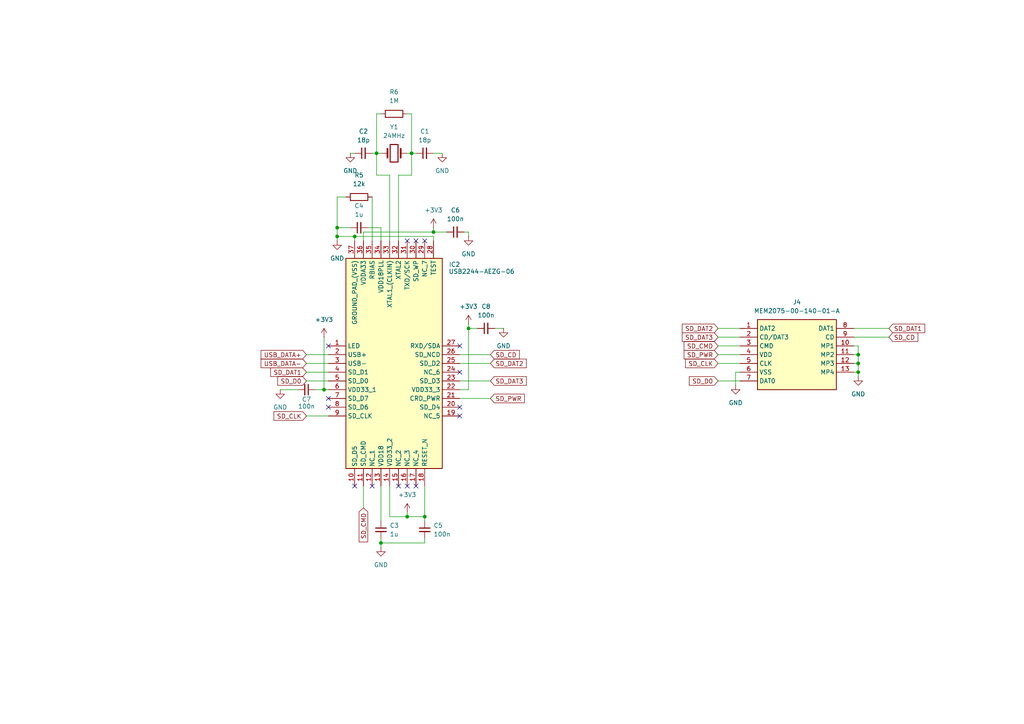
<source format=kicad_sch>
(kicad_sch (version 20250114) (generator "eeschema") (generator_version "9.0")
  (paper "A4")
  (lib_symbols
    (symbol "Device:C_Small" (pin_numbers (hide yes)) (pin_names (offset 0.254) (hide yes))
      (property "Reference" "C" (at 0.254 1.778 0))
      (property "Value" "C_Small" (at 0.254 -2.032 0))
      (symbol "C_Small_0_1"
        (polyline (pts (xy -1.524 0.508) (xy 1.524 0.508)) (stroke (width 0.3048)))
        (polyline (pts (xy -1.524 -0.508) (xy 1.524 -0.508)) (stroke (width 0.3302)))
      )
      (symbol "C_Small_1_1"
        (pin passive line (at 0 2.54 270) (length 2.032) (name "~") (number "1"))
        (pin passive line (at 0 -2.54 90) (length 2.032) (name "~") (number "2"))
      )
    )
    (symbol "Device:Crystal" (pin_numbers (hide yes)) (pin_names (offset 1.016) (hide yes))
      (property "Reference" "Y" (at 0 3.81 0))
      (property "Value" "Crystal" (at 0 -3.81 0))
      (symbol "Crystal_0_1"
        (polyline (pts (xy -2.54 0) (xy -1.905 0)))
        (polyline (pts (xy -1.905 -1.27) (xy -1.905 1.27)) (stroke (width 0.508)))
        (rectangle (start -1.143 2.54) (end 1.143 -2.54) (stroke (width 0.3048)))
        (polyline (pts (xy 1.905 -1.27) (xy 1.905 1.27)) (stroke (width 0.508)))
        (polyline (pts (xy 2.54 0) (xy 1.905 0)))
      )
      (symbol "Crystal_1_1"
        (pin passive line (at -3.81 0 0) (length 1.27) (name "1") (number "1"))
        (pin passive line (at 3.81 0 180) (length 1.27) (name "2") (number "2"))
      )
    )
    (symbol "Device:R" (pin_numbers (hide yes)) (pin_names (offset 0))
      (property "Reference" "R" (at 2.032 0 90))
      (property "Value" "R" (at 0 0 90))
      (symbol "R_0_1"
        (rectangle (start -1.016 -2.54) (end 1.016 2.54) (stroke (width 0.254)))
      )
      (symbol "R_1_1"
        (pin passive line (at 0 3.81 270) (length 1.27) (name "~") (number "1"))
        (pin passive line (at 0 -3.81 90) (length 1.27) (name "~") (number "2"))
      )
    )
    (symbol "SamacSys_Parts:MEM2075-00-140-01-A"
      (property "Reference" "J" (at 29.21 7.62 0))
      (property "Value" "MEM2075-00-140-01-A" (at 29.21 5.08 0))
      (symbol "MEM2075-00-140-01-A_1_1"
        (rectangle (start 5.08 2.54) (end 27.94 -17.78) (stroke (width 0.254)) (fill (type background)))
        (pin passive line (at 0 0 0) (length 5.08) (name "DAT2") (number "1"))
        (pin passive line (at 0 -2.54 0) (length 5.08) (name "CD/DAT3") (number "2"))
        (pin passive line (at 0 -5.08 0) (length 5.08) (name "CMD") (number "3"))
        (pin passive line (at 0 -7.62 0) (length 5.08) (name "VDD") (number "4"))
        (pin passive line (at 0 -10.16 0) (length 5.08) (name "CLK") (number "5"))
        (pin passive line (at 0 -12.7 0) (length 5.08) (name "VSS") (number "6"))
        (pin passive line (at 0 -15.24 0) (length 5.08) (name "DAT0") (number "7"))
        (pin passive line (at 33.02 0 180) (length 5.08) (name "DAT1") (number "8"))
        (pin passive line (at 33.02 -2.54 180) (length 5.08) (name "CD") (number "9"))
        (pin passive line (at 33.02 -5.08 180) (length 5.08) (name "MP1") (number "10"))
        (pin passive line (at 33.02 -7.62 180) (length 5.08) (name "MP2") (number "11"))
        (pin passive line (at 33.02 -10.16 180) (length 5.08) (name "MP3") (number "12"))
        (pin passive line (at 33.02 -12.7 180) (length 5.08) (name "MP4") (number "13"))
      )
    )
    (symbol "SamacSys_Parts:USB2244-AEZG-06"
      (property "Reference" "IC" (at 34.29 30.48 0))
      (property "Value" "USB2244-AEZG-06" (at 34.29 27.94 0))
      (symbol "USB2244-AEZG-06_1_1"
        (rectangle (start 5.08 25.4) (end 33.02 -35.56) (stroke (width 0.254)) (fill (type background)))
        (pin passive line (at 0 0 0) (length 5.08) (name "LED") (number "1"))
        (pin passive line (at 0 -2.54 0) (length 5.08) (name "USB+") (number "2"))
        (pin passive line (at 0 -5.08 0) (length 5.08) (name "USB-") (number "3"))
        (pin passive line (at 0 -7.62 0) (length 5.08) (name "SD_D1") (number "4"))
        (pin passive line (at 0 -10.16 0) (length 5.08) (name "SD_D0") (number "5"))
        (pin passive line (at 0 -12.7 0) (length 5.08) (name "VDD33_1") (number "6"))
        (pin passive line (at 0 -15.24 0) (length 5.08) (name "SD_D7") (number "7"))
        (pin passive line (at 0 -17.78 0) (length 5.08) (name "SD_D6") (number "8"))
        (pin passive line (at 0 -20.32 0) (length 5.08) (name "SD_CLK") (number "9"))
        (pin passive line (at 7.62 30.48 270) (length 5.08) (name "GROUND_PAD_(VSS)") (number "37"))
        (pin passive line (at 7.62 -40.64 90) (length 5.08) (name "SD_D5") (number "10"))
        (pin passive line (at 10.16 30.48 270) (length 5.08) (name "VDDA33") (number "36"))
        (pin passive line (at 10.16 -40.64 90) (length 5.08) (name "SD_CMD") (number "11"))
        (pin passive line (at 12.7 30.48 270) (length 5.08) (name "RBIAS") (number "35"))
        (pin passive line (at 12.7 -40.64 90) (length 5.08) (name "NC_1") (number "12"))
        (pin passive line (at 15.24 30.48 270) (length 5.08) (name "VDD18PLL") (number "34"))
        (pin passive line (at 15.24 -40.64 90) (length 5.08) (name "VDD18") (number "13"))
        (pin passive line (at 17.78 30.48 270) (length 5.08) (name "XTAL1_(CLKIN)") (number "33"))
        (pin passive line (at 17.78 -40.64 90) (length 5.08) (name "VDD33_2") (number "14"))
        (pin passive line (at 20.32 30.48 270) (length 5.08) (name "XTAL2") (number "32"))
        (pin passive line (at 20.32 -40.64 90) (length 5.08) (name "NC_2") (number "15"))
        (pin passive line (at 22.86 30.48 270) (length 5.08) (name "TXD/SCK") (number "31"))
        (pin passive line (at 22.86 -40.64 90) (length 5.08) (name "NC_3") (number "16"))
        (pin passive line (at 25.4 30.48 270) (length 5.08) (name "SD_WP") (number "30"))
        (pin passive line (at 25.4 -40.64 90) (length 5.08) (name "NC_4") (number "17"))
        (pin passive line (at 27.94 30.48 270) (length 5.08) (name "NC_7") (number "29"))
        (pin passive line (at 27.94 -40.64 90) (length 5.08) (name "RESET_N") (number "18"))
        (pin passive line (at 30.48 30.48 270) (length 5.08) (name "TEST") (number "28"))
        (pin passive line (at 38.1 0 180) (length 5.08) (name "RXD/SDA") (number "27"))
        (pin passive line (at 38.1 -2.54 180) (length 5.08) (name "SD_NCD") (number "26"))
        (pin passive line (at 38.1 -5.08 180) (length 5.08) (name "SD_D2") (number "25"))
        (pin passive line (at 38.1 -7.62 180) (length 5.08) (name "NC_6") (number "24"))
        (pin passive line (at 38.1 -10.16 180) (length 5.08) (name "SD_D3") (number "23"))
        (pin passive line (at 38.1 -12.7 180) (length 5.08) (name "VDD33_3") (number "22"))
        (pin passive line (at 38.1 -15.24 180) (length 5.08) (name "CRD_PWR") (number "21"))
        (pin passive line (at 38.1 -17.78 180) (length 5.08) (name "SD_D4") (number "20"))
        (pin passive line (at 38.1 -20.32 180) (length 5.08) (name "NC_5") (number "19"))
      )
    )
    (symbol "power:+3V3" (power) (pin_numbers (hide yes)) (pin_names (offset 0) (hide yes))
      (property "Value" "+3V3" (at 0 3.556 0))
      (symbol "+3V3_0_1"
        (polyline (pts (xy -0.762 1.27) (xy 0 2.54)))
        (polyline (pts (xy 0 2.54) (xy 0.762 1.27)))
        (polyline (pts (xy 0 0) (xy 0 2.54)))
      )
      (symbol "+3V3_1_1"
        (pin power_in line (at 0 0 90) (length 0) (name "~") (number "1"))
      )
    )
    (symbol "power:GND" (power) (pin_numbers (hide yes)) (pin_names (offset 0) (hide yes))
      (property "Value" "GND" (at 0 -3.81 0))
      (symbol "GND_0_1"
        (polyline (pts (xy 0 0) (xy 0 -1.27) (xy 1.27 -1.27) (xy 0 -2.54) (xy -1.27 -1.27) (xy 0 -1.27)))
      )
      (symbol "GND_1_1"
        (pin power_in line (at 0 0 270) (length 0) (name "~") (number "1"))
      )
    )
  )
  (junction (at 102.87 68.58))
  (junction (at 118.11 149.86))
  (junction (at 135.89 95.25))
  (junction (at 109.22 44.45))
  (junction (at 93.98 113.03))
  (junction (at 97.79 68.58))
  (junction (at 110.49 157.48))
  (junction (at 248.92 107.95))
  (junction (at 119.38 44.45))
  (junction (at 248.92 102.87))
  (junction (at 97.79 66.04))
  (junction (at 123.19 149.86))
  (junction (at 248.92 105.41))
  (junction (at 125.73 67.31))
  (no_connect (at 118.11 140.97))
  (no_connect (at 133.35 107.95))
  (no_connect (at 107.95 140.97))
  (no_connect (at 120.65 140.97))
  (no_connect (at 133.35 120.65))
  (no_connect (at 95.25 115.57))
  (no_connect (at 95.25 118.11))
  (no_connect (at 118.11 69.85))
  (no_connect (at 120.65 69.85))
  (no_connect (at 133.35 118.11))
  (no_connect (at 123.19 69.85))
  (no_connect (at 102.87 140.97))
  (no_connect (at 95.25 100.33))
  (no_connect (at 133.35 100.33))
  (no_connect (at 115.57 140.97))
  (wire (pts (xy 208.28 97.79) (xy 214.63 97.79)))
  (wire (pts (xy 125.73 66.04) (xy 125.73 67.31)))
  (wire (pts (xy 248.92 100.33) (xy 247.65 100.33)))
  (wire (pts (xy 135.89 95.25) (xy 138.43 95.25)))
  (wire (pts (xy 95.25 113.03) (xy 93.98 113.03)))
  (wire (pts (xy 134.62 67.31) (xy 135.89 67.31)))
  (wire (pts (xy 105.41 147.32) (xy 105.41 140.97)))
  (wire (pts (xy 81.28 113.03) (xy 86.36 113.03)))
  (wire (pts (xy 208.28 100.33) (xy 214.63 100.33)))
  (wire (pts (xy 107.95 57.15) (xy 107.95 69.85)))
  (wire (pts (xy 123.19 149.86) (xy 118.11 149.86)))
  (wire (pts (xy 125.73 69.85) (xy 125.73 68.58)))
  (wire (pts (xy 88.9 110.49) (xy 95.25 110.49)))
  (wire (pts (xy 106.68 66.04) (xy 110.49 66.04)))
  (wire (pts (xy 119.38 50.8) (xy 119.38 44.45)))
  (wire (pts (xy 113.03 50.8) (xy 109.22 50.8)))
  (wire (pts (xy 125.73 67.31) (xy 129.54 67.31)))
  (wire (pts (xy 257.81 95.25) (xy 247.65 95.25)))
  (wire (pts (xy 97.79 66.04) (xy 101.6 66.04)))
  (wire (pts (xy 115.57 50.8) (xy 119.38 50.8)))
  (wire (pts (xy 97.79 68.58) (xy 97.79 69.85)))
  (wire (pts (xy 101.6 44.45) (xy 102.87 44.45)))
  (wire (pts (xy 213.36 107.95) (xy 213.36 111.76)))
  (wire (pts (xy 109.22 33.02) (xy 109.22 44.45)))
  (wire (pts (xy 248.92 105.41) (xy 248.92 102.87)))
  (wire (pts (xy 208.28 105.41) (xy 214.63 105.41)))
  (wire (pts (xy 100.33 57.15) (xy 97.79 57.15)))
  (wire (pts (xy 125.73 67.31) (xy 105.41 67.31)))
  (wire (pts (xy 123.19 140.97) (xy 123.19 149.86)))
  (wire (pts (xy 109.22 44.45) (xy 109.22 50.8)))
  (wire (pts (xy 208.28 102.87) (xy 214.63 102.87)))
  (wire (pts (xy 123.19 156.21) (xy 123.19 157.48)))
  (wire (pts (xy 119.38 44.45) (xy 120.65 44.45)))
  (wire (pts (xy 115.57 69.85) (xy 115.57 50.8)))
  (wire (pts (xy 247.65 107.95) (xy 248.92 107.95)))
  (wire (pts (xy 105.41 67.31) (xy 105.41 69.85)))
  (wire (pts (xy 97.79 66.04) (xy 97.79 68.58)))
  (wire (pts (xy 110.49 157.48) (xy 123.19 157.48)))
  (wire (pts (xy 97.79 57.15) (xy 97.79 66.04)))
  (wire (pts (xy 125.73 44.45) (xy 128.27 44.45)))
  (wire (pts (xy 135.89 95.25) (xy 135.89 113.03)))
  (wire (pts (xy 88.9 107.95) (xy 95.25 107.95)))
  (wire (pts (xy 107.95 44.45) (xy 109.22 44.45)))
  (wire (pts (xy 93.98 113.03) (xy 93.98 97.79)))
  (wire (pts (xy 133.35 113.03) (xy 135.89 113.03)))
  (wire (pts (xy 110.49 140.97) (xy 110.49 151.13)))
  (wire (pts (xy 113.03 69.85) (xy 113.03 50.8)))
  (wire (pts (xy 214.63 107.95) (xy 213.36 107.95)))
  (wire (pts (xy 119.38 33.02) (xy 119.38 44.45)))
  (wire (pts (xy 208.28 95.25) (xy 214.63 95.25)))
  (wire (pts (xy 113.03 149.86) (xy 113.03 140.97)))
  (wire (pts (xy 248.92 102.87) (xy 248.92 100.33)))
  (wire (pts (xy 247.65 102.87) (xy 248.92 102.87)))
  (wire (pts (xy 133.35 102.87) (xy 142.24 102.87)))
  (wire (pts (xy 118.11 148.59) (xy 118.11 149.86)))
  (wire (pts (xy 109.22 44.45) (xy 110.49 44.45)))
  (wire (pts (xy 110.49 158.75) (xy 110.49 157.48)))
  (wire (pts (xy 110.49 156.21) (xy 110.49 157.48)))
  (wire (pts (xy 142.24 105.41) (xy 133.35 105.41)))
  (wire (pts (xy 142.24 110.49) (xy 133.35 110.49)))
  (wire (pts (xy 125.73 68.58) (xy 102.87 68.58)))
  (wire (pts (xy 247.65 105.41) (xy 248.92 105.41)))
  (wire (pts (xy 118.11 33.02) (xy 119.38 33.02)))
  (wire (pts (xy 133.35 115.57) (xy 142.24 115.57)))
  (wire (pts (xy 88.9 120.65) (xy 95.25 120.65)))
  (wire (pts (xy 247.65 97.79) (xy 257.81 97.79)))
  (wire (pts (xy 135.89 93.98) (xy 135.89 95.25)))
  (wire (pts (xy 208.28 110.49) (xy 214.63 110.49)))
  (wire (pts (xy 248.92 109.22) (xy 248.92 107.95)))
  (wire (pts (xy 110.49 33.02) (xy 109.22 33.02)))
  (wire (pts (xy 102.87 69.85) (xy 102.87 68.58)))
  (wire (pts (xy 88.9 102.87) (xy 95.25 102.87)))
  (wire (pts (xy 91.44 113.03) (xy 93.98 113.03)))
  (wire (pts (xy 88.9 105.41) (xy 95.25 105.41)))
  (wire (pts (xy 143.51 95.25) (xy 146.05 95.25)))
  (wire (pts (xy 118.11 149.86) (xy 113.03 149.86)))
  (wire (pts (xy 123.19 149.86) (xy 123.19 151.13)))
  (wire (pts (xy 248.92 107.95) (xy 248.92 105.41)))
  (wire (pts (xy 135.89 67.31) (xy 135.89 68.58)))
  (wire (pts (xy 102.87 68.58) (xy 97.79 68.58)))
  (wire (pts (xy 118.11 44.45) (xy 119.38 44.45)))
  (wire (pts (xy 110.49 66.04) (xy 110.49 69.85)))
  (global_label "SD_DAT3" (shape input) (at 142.24 110.49 0) (property "Intersheetrefs" "${INTERSHEET_REFS}" (effects (hide yes))))
  (global_label "SD_DAT2" (shape input) (at 142.24 105.41 0) (property "Intersheetrefs" "${INTERSHEET_REFS}" (effects (hide yes))))
  (global_label "SD_DAT2" (shape input) (at 208.28 95.25 180) (property "Intersheetrefs" "${INTERSHEET_REFS}" (effects (hide yes))))
  (global_label "SD_CLK" (shape input) (at 88.9 120.65 180) (property "Intersheetrefs" "${INTERSHEET_REFS}" (effects (hide yes))))
  (global_label "SD_CD" (shape input) (at 257.81 97.79 0) (property "Intersheetrefs" "${INTERSHEET_REFS}" (effects (hide yes))))
  (global_label "USB_DATA+" (shape input) (at 88.9 102.87 180) (property "Intersheetrefs" "${INTERSHEET_REFS}" (effects (hide yes))))
  (global_label "SD_CLK" (shape input) (at 208.28 105.41 180) (property "Intersheetrefs" "${INTERSHEET_REFS}" (effects (hide yes))))
  (global_label "SD_PWR" (shape input) (at 142.24 115.57 0) (property "Intersheetrefs" "${INTERSHEET_REFS}" (effects (hide yes))))
  (global_label "SD_DAT1" (shape input) (at 88.9 107.95 180) (property "Intersheetrefs" "${INTERSHEET_REFS}" (effects (hide yes))))
  (global_label "SD_CD" (shape input) (at 142.24 102.87 0) (property "Intersheetrefs" "${INTERSHEET_REFS}" (effects (hide yes))))
  (global_label "SD_DAT3" (shape input) (at 208.28 97.79 180) (property "Intersheetrefs" "${INTERSHEET_REFS}" (effects (hide yes))))
  (global_label "SD_D0" (shape input) (at 208.28 110.49 180) (property "Intersheetrefs" "${INTERSHEET_REFS}" (effects (hide yes))))
  (global_label "SD_DAT1" (shape input) (at 257.81 95.25 0) (property "Intersheetrefs" "${INTERSHEET_REFS}" (effects (hide yes))))
  (global_label "SD_D0" (shape input) (at 88.9 110.49 180) (property "Intersheetrefs" "${INTERSHEET_REFS}" (effects (hide yes))))
  (global_label "SD_PWR" (shape input) (at 208.28 102.87 180) (property "Intersheetrefs" "${INTERSHEET_REFS}" (effects (hide yes))))
  (global_label "SD_CMD" (shape input) (at 208.28 100.33 180) (property "Intersheetrefs" "${INTERSHEET_REFS}" (effects (hide yes))))
  (global_label "USB_DATA-" (shape input) (at 88.9 105.41 180) (property "Intersheetrefs" "${INTERSHEET_REFS}" (effects (hide yes))))
  (global_label "SD_CMD" (shape input) (at 105.41 147.32 270) (property "Intersheetrefs" "${INTERSHEET_REFS}" (effects (hide yes))))
  (symbol (lib_id "SamacSys_Parts:MEM2075-00-140-01-A") (at 214.63 95.25 0) (unit 1)
    (property "Reference" "J4" (at 231.14 87.63 0))
    (property "Value" "MEM2075-00-140-01-A" (at 231.14 90.17 0))
    (property "Footprint" "SamacSys_Parts:MEM20750014001A" (effects (hide yes)))
    (property "Description" "GCT (GLOBAL CONNECTOR TECHNOLOGY) - MEM2075-00-140-01-A - MICRO SD CARD CONN, PUSH-PUSH, 9POS, SMT" (effects (hide yes)))
    (property "Height" "1.45" (effects (hide yes)))
    (property "Mouser Part Number" "640-MEM20750014001A" (effects (hide yes)))
    (property "Mouser Price/Stock" "https://www.mouser.co.uk/ProductDetail/GCT/MEM2075-00-140-01-A?qs=KUoIvG%2F9IlZvfWpeERlq3Q%3D%3D" (effects (hide yes)))
    (property "Manufacturer_Name" "GCT (GLOBAL CONNECTOR TECHNOLOGY)" (effects (hide yes)))
    (property "Manufacturer_Part_Number" "MEM2075-00-140-01-A" (effects (hide yes)))
  )
  (symbol (lib_id "power:GND") (at 81.28 113.03 0) (unit 1)
    (property "Reference" "#PWR027" (effects (hide yes)))
    (property "Value" "GND" (at 81.28 118.11 0))
    (property "Description" "Power symbol creates a global label with name \"GND\" , ground" (effects (hide yes)))
  )
  (symbol (lib_id "Device:C_Small") (at 132.08 67.31 90) (unit 1)
    (property "Reference" "C6" (at 132.0863 60.96 90))
    (property "Value" "100n" (at 132.0863 63.5 90))
    (property "Footprint" "Capacitor_SMD:C_0402_1005Metric" (effects (hide yes)))
    (property "Description" "Unpolarized capacitor, small symbol" (effects (hide yes)))
  )
  (symbol (lib_id "Device:R") (at 114.3 33.02 90) (unit 1)
    (property "Reference" "R6" (at 114.3 26.67 90))
    (property "Value" "1M" (at 114.3 29.21 90))
    (property "Footprint" "Resistor_SMD:R_0402_1005Metric" (effects (hide yes)))
    (property "Description" "Resistor" (effects (hide yes)))
  )
  (symbol (lib_id "power:+3V3") (at 93.98 97.79 0) (unit 1)
    (property "Reference" "#PWR021" (effects (hide yes)))
    (property "Value" "+3V3" (at 93.98 92.71 0))
    (property "Description" "Power symbol creates a global label with name \"+3V3\"" (effects (hide yes)))
  )
  (symbol (lib_id "Device:C_Small") (at 123.19 153.67 0) (unit 1)
    (property "Reference" "C5" (at 125.73 152.4062 0) (effects (justify left)))
    (property "Value" "100n" (at 125.73 154.9462 0) (effects (justify left)))
    (property "Footprint" "Capacitor_SMD:C_0402_1005Metric" (effects (hide yes)))
    (property "Description" "Unpolarized capacitor, small symbol" (effects (hide yes)))
  )
  (symbol (lib_id "power:+3V3") (at 118.11 148.59 0) (unit 1)
    (property "Reference" "#PWR017" (effects (hide yes)))
    (property "Value" "+3V3" (at 118.11 143.51 0))
    (property "Description" "Power symbol creates a global label with name \"+3V3\"" (effects (hide yes)))
  )
  (symbol (lib_id "Device:C_Small") (at 104.14 66.04 90) (unit 1)
    (property "Reference" "C4" (at 104.1463 59.69 90))
    (property "Value" "1u" (at 104.1463 62.23 90))
    (property "Footprint" "Capacitor_SMD:C_0603_1608Metric" (effects (hide yes)))
    (property "Description" "Unpolarized capacitor, small symbol" (effects (hide yes)))
  )
  (symbol (lib_id "Device:C_Small") (at 88.9 113.03 270) (unit 1)
    (property "Reference" "C7" (at 88.9 115.824 90))
    (property "Value" "100n" (at 88.9 117.856 90))
    (property "Footprint" "Capacitor_SMD:C_0402_1005Metric" (effects (hide yes)))
    (property "Description" "Unpolarized capacitor, small symbol" (effects (hide yes)))
  )
  (symbol (lib_id "Device:Crystal") (at 114.3 44.45 0) (unit 1)
    (property "Reference" "Y1" (at 114.3 36.83 0))
    (property "Value" "24MHz" (at 114.3 39.37 0))
    (property "Footprint" "Crystal:Crystal_SMD_MicroCrystal_CM9V-T1A-2Pin_1.6x1.0mm" (effects (hide yes)))
    (property "Description" "Two pin crystal" (effects (hide yes)))
  )
  (symbol (lib_id "Device:C_Small") (at 110.49 153.67 0) (unit 1)
    (property "Reference" "C3" (at 113.03 152.4062 0) (effects (justify left)))
    (property "Value" "1u" (at 113.03 154.9462 0) (effects (justify left)))
    (property "Footprint" "Capacitor_SMD:C_0603_1608Metric" (effects (hide yes)))
    (property "Description" "Unpolarized capacitor, small symbol" (effects (hide yes)))
  )
  (symbol (lib_id "Device:R") (at 104.14 57.15 90) (unit 1)
    (property "Reference" "R5" (at 104.14 50.8 90))
    (property "Value" "12k" (at 104.14 53.34 90))
    (property "Footprint" "Resistor_SMD:R_0402_1005Metric" (effects (hide yes)))
    (property "Description" "Resistor" (effects (hide yes)))
  )
  (symbol (lib_id "power:GND") (at 110.49 158.75 0) (unit 1)
    (property "Reference" "#PWR016" (effects (hide yes)))
    (property "Value" "GND" (at 110.49 163.83 0))
    (property "Description" "Power symbol creates a global label with name \"GND\" , ground" (effects (hide yes)))
  )
  (symbol (lib_id "Device:C_Small") (at 123.19 44.45 90) (unit 1)
    (property "Reference" "C1" (at 123.1963 38.1 90))
    (property "Value" "18p" (at 123.1963 40.64 90))
    (property "Footprint" "Capacitor_SMD:C_0402_1005Metric" (effects (hide yes)))
    (property "Description" "Unpolarized capacitor, small symbol" (effects (hide yes)))
  )
  (symbol (lib_id "power:+3V3") (at 125.73 66.04 0) (unit 1)
    (property "Reference" "#PWR019" (effects (hide yes)))
    (property "Value" "+3V3" (at 125.73 60.96 0))
    (property "Description" "Power symbol creates a global label with name \"+3V3\"" (effects (hide yes)))
  )
  (symbol (lib_id "power:GND") (at 101.6 44.45 0) (unit 1)
    (property "Reference" "#PWR024" (effects (hide yes)))
    (property "Value" "GND" (at 101.6 49.53 0))
    (property "Description" "Power symbol creates a global label with name \"GND\" , ground" (effects (hide yes)))
  )
  (symbol (lib_id "Device:C_Small") (at 140.97 95.25 90) (unit 1)
    (property "Reference" "C8" (at 140.9763 88.9 90))
    (property "Value" "100n" (at 140.9763 91.44 90))
    (property "Footprint" "Capacitor_SMD:C_0402_1005Metric" (effects (hide yes)))
    (property "Description" "Unpolarized capacitor, small symbol" (effects (hide yes)))
  )
  (symbol (lib_id "Device:C_Small") (at 105.41 44.45 90) (unit 1)
    (property "Reference" "C2" (at 105.4163 38.1 90))
    (property "Value" "18p" (at 105.4163 40.64 90))
    (property "Footprint" "Capacitor_SMD:C_0402_1005Metric" (effects (hide yes)))
    (property "Description" "Unpolarized capacitor, small symbol" (effects (hide yes)))
  )
  (symbol (lib_id "SamacSys_Parts:USB2244-AEZG-06") (at 95.25 100.33 0) (unit 1)
    (property "Reference" "IC2" (at 131.826 76.708 0))
    (property "Value" "USB2244-AEZG-06" (at 139.7 78.74 0))
    (property "Footprint" "SamacSys_Parts:QFN50P600X600X90-37N" (effects (hide yes)))
    (property "Datasheet" "http://www.microchip.com/mymicrochip/filehandler.aspx?ddocname=en562093" (effects (hide yes)))
    (property "Description" "USB 2.0 SD/MMC Flash Controller QFN36 Microchip USB2244-AEZG-06, USB Controller, 35MBps, USB 2.0, 3.3 V, 36-Pin QFN" (effects (hide yes)))
    (property "Height" "0.9" (effects (hide yes)))
    (property "Mouser Part Number" "886-USB2244-AEZG-06" (effects (hide yes)))
    (property "Mouser Price/Stock" "https://www.mouser.co.uk/ProductDetail/Microchip-Technology/USB2244-AEZG-06?qs=pA5MXup5wxGi7RVCZrMVFw%3D%3D" (effects (hide yes)))
    (property "Manufacturer_Name" "Microchip" (effects (hide yes)))
    (property "Manufacturer_Part_Number" "USB2244-AEZG-06" (effects (hide yes)))
  )
  (symbol (lib_id "power:GND") (at 97.79 69.85 0) (unit 1)
    (property "Reference" "#PWR015" (effects (hide yes)))
    (property "Value" "GND" (at 97.79 74.93 0))
    (property "Description" "Power symbol creates a global label with name \"GND\" , ground" (effects (hide yes)))
  )
  (symbol (lib_id "power:GND") (at 213.36 111.76 0) (unit 1)
    (property "Reference" "#PWR022" (effects (hide yes)))
    (property "Value" "GND" (at 213.36 116.84 0))
    (property "Description" "Power symbol creates a global label with name \"GND\" , ground" (effects (hide yes)))
  )
  (symbol (lib_id "power:+3V3") (at 135.89 93.98 0) (unit 1)
    (property "Reference" "#PWR018" (effects (hide yes)))
    (property "Value" "+3V3" (at 135.89 88.9 0))
    (property "Description" "Power symbol creates a global label with name \"+3V3\"" (effects (hide yes)))
  )
  (symbol (lib_id "power:GND") (at 146.05 95.25 0) (unit 1)
    (property "Reference" "#PWR028" (effects (hide yes)))
    (property "Value" "GND" (at 146.05 100.33 0))
    (property "Description" "Power symbol creates a global label with name \"GND\" , ground" (effects (hide yes)))
  )
  (symbol (lib_id "power:GND") (at 135.89 68.58 0) (unit 1)
    (property "Reference" "#PWR026" (effects (hide yes)))
    (property "Value" "GND" (at 135.89 73.66 0))
    (property "Description" "Power symbol creates a global label with name \"GND\" , ground" (effects (hide yes)))
  )
  (symbol (lib_id "power:GND") (at 248.92 109.22 0) (unit 1)
    (property "Reference" "#PWR023" (effects (hide yes)))
    (property "Value" "GND" (at 248.92 114.3 0))
    (property "Description" "Power symbol creates a global label with name \"GND\" , ground" (effects (hide yes)))
  )
  (symbol (lib_id "power:GND") (at 128.27 44.45 0) (unit 1)
    (property "Reference" "#PWR025" (effects (hide yes)))
    (property "Value" "GND" (at 128.27 49.53 0))
    (property "Description" "Power symbol creates a global label with name \"GND\" , ground" (effects (hide yes)))
  )
)
</source>
